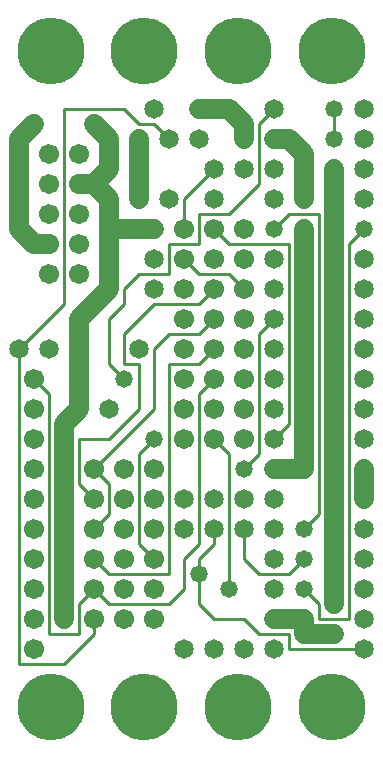
<source format=gtl>
%MOIN*%
%FSLAX25Y25*%
G04 D10 used for Character Trace; *
G04     Circle (OD=.01000) (No hole)*
G04 D11 used for Power Trace; *
G04     Circle (OD=.06500) (No hole)*
G04 D12 used for Signal Trace; *
G04     Circle (OD=.01100) (No hole)*
G04 D13 used for Via; *
G04     Circle (OD=.05800) (Round. Hole ID=.02800)*
G04 D14 used for Component hole; *
G04     Circle (OD=.06500) (Round. Hole ID=.03500)*
G04 D15 used for Component hole; *
G04     Circle (OD=.06700) (Round. Hole ID=.04300)*
G04 D16 used for Component hole; *
G04     Circle (OD=.08100) (Round. Hole ID=.05100)*
G04 D17 used for Component hole; *
G04     Circle (OD=.08900) (Round. Hole ID=.05900)*
G04 D18 used for Component hole; *
G04     Circle (OD=.11300) (Round. Hole ID=.08300)*
G04 D19 used for Component hole; *
G04     Circle (OD=.16000) (Round. Hole ID=.13000)*
G04 D20 used for Component hole; *
G04     Circle (OD=.18300) (Round. Hole ID=.15300)*
G04 D21 used for Component hole; *
G04     Circle (OD=.22291) (Round. Hole ID=.19291)*
%ADD10C,.01000*%
%ADD11C,.06500*%
%ADD12C,.01100*%
%ADD13C,.05800*%
%ADD14C,.06500*%
%ADD15C,.06700*%
%ADD16C,.08100*%
%ADD17C,.08900*%
%ADD18C,.11300*%
%ADD19C,.16000*%
%ADD20C,.18300*%
%ADD21C,.22291*%
%IPPOS*%
%LPD*%
G90*X0Y0D02*D21*X15625Y15625D03*D12*              
X5000Y30000D02*X20000D01*X5000D02*Y135000D01*D14* 
D03*D12*X20000Y150000D01*Y215000D01*X40000D01*    
X45000Y210000D01*X50000D01*X55000Y205000D01*D14*  
D03*X65000Y215000D03*D11*X75000D01*               
X80000Y210000D01*Y205000D01*D14*D03*D12*          
X85000Y190000D02*Y210000D01*X75000Y180000D02*     
X85000Y190000D01*X65000Y180000D02*X75000D01*      
X65000Y170000D02*Y180000D01*X55000Y170000D02*     
X65000D01*X55000Y160000D02*Y170000D01*            
X45000Y160000D02*X55000D01*X40000Y155000D02*      
X45000Y160000D01*X40000Y150000D02*Y155000D01*     
X35000Y145000D02*X40000Y150000D01*                
X35000Y130000D02*Y145000D01*X40000Y125000D02*     
X35000Y130000D01*D13*X40000Y125000D03*D12*        
X45000Y115000D02*Y130000D01*X35000Y105000D02*     
X45000Y115000D01*X25000Y105000D02*X35000D01*      
X25000Y90000D02*Y105000D01*X30000Y85000D02*       
X25000Y90000D01*D15*X30000Y85000D03*D12*Y75000D02*
X35000Y80000D01*D15*X30000Y75000D03*D12*          
X35000Y80000D02*Y90000D01*X30000Y95000D01*D15*D03*
D12*X50000Y115000D01*Y135000D01*X55000Y140000D01* 
X65000D01*X70000Y145000D01*D15*D03*D12*           
X50000Y150000D02*X65000D01*X40000Y140000D02*      
X50000Y150000D01*X40000Y130000D02*Y140000D01*     
Y130000D02*X45000D01*D14*Y135000D03*D12*          
X55000Y60000D02*Y130000D01*X35000Y60000D02*       
X55000D01*X35000D02*X30000Y65000D01*D15*D03*      
X40000Y55000D03*Y75000D03*Y65000D03*              
X30000Y55000D03*D12*X25000Y50000D01*Y40000D01*    
X15000D01*Y120000D01*X10000Y125000D01*D15*D03*D14*
X15000Y135000D03*D15*X10000Y115000D03*D11*        
X20000Y110000D02*X25000Y115000D01*D13*            
X20000Y110000D03*D11*Y45000D01*D13*D03*D12*       
X35000Y50000D02*X30000Y55000D01*X35000Y50000D02*  
X55000D01*X60000Y55000D01*Y65000D01*              
X65000Y70000D01*Y120000D01*X70000Y125000D01*D15*  
D03*D12*X55000Y130000D02*X65000D01*D15*           
X60000Y125000D03*Y135000D03*D12*X65000Y130000D02* 
X70000Y135000D01*D15*D03*X80000Y125000D03*        
Y145000D03*X60000D03*X80000Y135000D03*D12*        
X85000Y100000D02*Y140000D01*X80000Y95000D02*      
X85000Y100000D01*D13*X80000Y95000D03*D12*         
X75000Y55000D02*Y100000D01*D13*Y55000D03*D12*     
X65000Y60000D02*Y65000D01*D13*Y60000D03*D12*      
Y50000D01*X70000Y45000D01*X80000D01*              
X85000Y40000D01*X95000D01*Y35000D01*X120000D01*   
D14*D03*D13*X110000Y40000D03*D11*X100000D01*      
Y45000D01*X90000D01*D14*D03*D13*X100000Y55000D03* 
D12*X105000Y50000D01*Y45000D01*X115000D01*        
Y170000D01*X120000Y175000D01*D13*D03*D14*         
Y185000D03*X110000Y175000D03*D11*Y90000D01*D13*   
D03*D11*Y50000D01*D13*D03*D14*X120000Y45000D03*   
Y55000D03*Y65000D03*D12*X85000Y60000D02*X95000D01*
X85000D02*X80000Y65000D01*Y75000D01*D14*D03*      
X90000Y65000D03*Y85000D03*X70000D03*              
X90000Y75000D03*X80000Y85000D03*X70000Y75000D03*  
D12*Y70000D01*X65000Y65000D01*D14*X60000Y75000D03*
D15*X50000D03*Y65000D03*D12*X45000Y70000D01*      
Y100000D01*X50000Y105000D01*D13*D03*D15*          
X60000Y115000D03*X40000Y95000D03*X60000Y105000D03*
X50000Y95000D03*D14*X35000Y115000D03*D15*         
X40000Y85000D03*X70000Y105000D03*D12*             
X75000Y100000D01*D15*X80000Y105000D03*D14*        
X90000Y115000D03*X60000Y85000D03*X90000Y95000D03* 
D11*X100000D01*D13*D03*D11*Y175000D01*D14*D03*D12*
X105000Y80000D02*Y180000D01*X100000Y75000D02*     
X105000Y80000D01*D13*X100000Y75000D03*Y65000D03*  
D12*X95000Y60000D01*D14*X90000Y55000D03*          
X120000Y85000D03*D11*Y95000D01*D14*D03*Y105000D03*
Y115000D03*Y75000D03*D12*X90000Y105000D02*        
X95000Y110000D01*D14*X90000Y105000D03*D12*        
X95000Y110000D02*Y170000D01*X75000D01*            
X70000Y175000D01*D15*D03*X80000Y165000D03*D12*    
X60000Y175000D02*Y185000D01*D15*Y175000D03*       
X70000Y165000D03*D14*Y185000D03*X50000Y165000D03* 
D12*X60000Y185000D02*X70000Y195000D01*D14*D03*    
X80000D03*X65000Y205000D03*D12*X85000Y210000D02*  
X90000Y215000D01*D14*D03*Y205000D03*D11*X95000D01*
X100000Y200000D01*Y185000D01*D13*D03*D12*         
X95000Y180000D02*X105000D01*X90000Y175000D02*     
X95000Y180000D01*D13*X90000Y175000D03*D14*        
Y185000D03*D15*X80000Y175000D03*D14*              
X90000Y165000D03*D12*X80000Y155000D02*            
X75000Y160000D01*D15*X80000Y155000D03*D12*        
X65000Y160000D02*X75000D01*X65000D02*             
X60000Y165000D01*D15*D03*X70000Y155000D03*D12*    
X65000Y150000D01*D15*X60000Y155000D03*D14*        
X50000D03*D12*X85000Y140000D02*X90000Y145000D01*  
D14*D03*Y155000D03*Y135000D03*Y125000D03*         
X120000D03*D11*X110000Y175000D02*Y195000D01*D13*  
D03*D14*X120000Y205000D03*Y195000D03*D13*         
X110000Y205000D03*D12*Y215000D01*D13*D03*D14*     
X120000D03*X90000Y195000D03*D21*X109375Y234375D03*
X78125D03*D14*X120000Y165000D03*X55000Y185000D03* 
X50000Y215000D03*X120000Y155000D03*               
X50000Y175000D03*D11*X35000D01*Y155000D01*        
X25000Y145000D01*Y135000D01*D14*D03*D11*          
Y115000D01*D15*X10000Y105000D03*Y95000D03*        
Y85000D03*X50000D03*X10000Y75000D03*              
X70000Y115000D03*X25000Y160000D03*X15000D03*      
X10000Y65000D03*X80000Y115000D03*X25000Y170000D03*
X15000D03*D11*X10000D01*X5000Y175000D01*          
Y205000D01*X10000Y210000D01*D13*D03*D15*          
X15000Y200000D03*X25000D03*D11*X35000Y185000D02*  
X30000Y190000D01*X35000Y175000D02*Y185000D01*D14* 
X45000D03*D11*Y195000D01*D13*D03*D11*Y205000D01*  
D14*D03*D11*X30000Y190000D02*X35000Y195000D01*    
X25000Y190000D02*X30000D01*D15*X25000D03*         
X15000Y180000D03*Y190000D03*X25000Y180000D03*D11* 
X35000Y195000D02*Y205000D01*X30000Y210000D01*D13* 
D03*D21*X46875Y234375D03*X15625D03*D14*           
X120000Y135000D03*Y145000D03*D15*X10000Y55000D03* 
X50000D03*X10000Y45000D03*X30000D03*D12*Y40000D01*
X20000Y30000D01*D15*X10000Y35000D03*              
X40000Y45000D03*D21*X46875Y15625D03*D15*          
X50000Y45000D03*D14*X60000Y35000D03*X70000D03*D21*
X78125Y15625D03*D14*X80000Y35000D03*X90000D03*D21*
X109375Y15625D03*M02*                             

</source>
